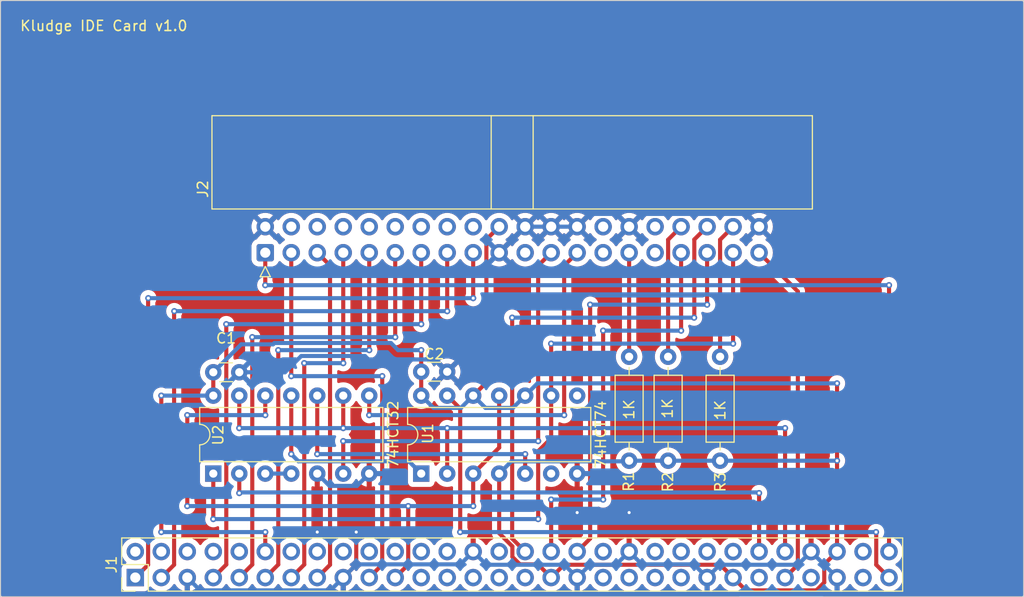
<source format=kicad_pcb>
(kicad_pcb (version 20240108) (generator "pcbnew") (generator_version "8.0")
  (layers (0 "F.Cu" signal) (31 "B.Cu" signal) (34 "B.Paste" user) (35 "F.Paste" user) (36 "B.SilkS" user "B.Silkscreen") (37 "F.SilkS" user "F.Silkscreen") (38 "B.Mask" user) (39 "F.Mask" user) (44 "Edge.Cuts" user))
  (net 0 "")
  (net 1 "/D5")
  (net 5 "/D7")
  (net 8 "/D1")
  (net 12 "IO_EN")
  (net 13 "/D2")
  (net 14 "HDD ACTIVITY")
  (net 17 "/D0")
  (net 18 "/D4")
  (net 20 "GND")
  (net 21 "VCC")
  (net 23 "/D6")
  (net 24 "RESET")
  (net 26 "WR")
  (net 27 "RD")
  (net 29 "SYSCLK")
  (net 38 "CF_WR")
  (net 39 "CF_RD")
  (net 40 "Net-(U1A-~{R})")
  (net 41 "Net-(U1A-Q)")
  (net 44 "Net-(U2-Pad3)")
  (net 47 "/D3")
  (net 51 "/A1")
  (net 52 "/A0")
  (net 53 "/A2")
  (net 54 "CF_SEL")
  (net 63 "Net-(J2-Pin_38)")
  (net 64 "Net-(J2-Pin_29)")
  (net 68 "Net-(J2-Pin_34)")
  (footprint "Package_DIP:DIP-14_W7.62mm" (layer "F.Cu") (at 133.945 127.165 90)
    (property "Reference" "U1" (at 3.915 0.655 90) (layer "F.SilkS"))
    (property "Value" "74HCT74")
    (fp_line (start 6.46 -1.33) (end 4.81 -1.33) (stroke (width 0.12)) (layer "F.SilkS"))
    (fp_line (start 2.81 -1.33) (end 1.16 -1.33) (stroke (width 0.12)) (layer "F.SilkS"))
    (fp_line (start 1.16 -1.33) (end 1.16 16.57) (stroke (width 0.12)) (layer "F.SilkS"))
    (fp_line (start 6.46 16.57) (end 6.46 -1.33) (stroke (width 0.12)) (layer "F.SilkS"))
    (fp_line (start 1.16 16.57) (end 6.46 16.57) (stroke (width 0.12)) (layer "F.SilkS"))
    (fp_arc (start 4.81 -1.33) (mid 3.81 -0.33) (end 2.81 -1.33) (stroke (width 0.12)) (layer "F.SilkS"))
    (pad "1" thru_hole rect (at 0 0 90) (size 1.6 1.6) (drill 0.8) (layers "*.Cu" "*.Mask") (net 40 "Net-(U1A-~{R})"))
    (pad "2" thru_hole oval (at 0 2.54 90) (size 1.6 1.6) (drill 0.8) (layers "*.Cu" "*.Mask") (net 27 "RD"))
    (pad "3" thru_hole oval (at 0 5.08 90) (size 1.6 1.6) (drill 0.8) (layers "*.Cu" "*.Mask") (net 29 "SYSCLK"))
    (pad "4" thru_hole oval (at 0 7.62 90) (size 1.6 1.6) (drill 0.8) (layers "*.Cu" "*.Mask") (net 21 "VCC"))
    (pad "5" thru_hole oval (at 0 10.16 90) (size 1.6 1.6) (drill 0.8) (layers "*.Cu" "*.Mask") (net 41 "Net-(U1A-Q)"))
    (pad "6" thru_hole oval (at 0 12.7 90) (size 1.6 1.6) (drill 0.8) (layers "*.Cu" "*.Mask"))
    (pad "7" thru_hole oval (at 0 15.24 90) (size 1.6 1.6) (drill 0.8) (layers "*.Cu" "*.Mask") (net 20 "GND"))
    (pad "8" thru_hole oval (at 7.62 15.24 90) (size 1.6 1.6) (drill 0.8) (layers "*.Cu" "*.Mask"))
    (pad "9" thru_hole oval (at 7.62 12.7 90) (size 1.6 1.6) (drill 0.8) (layers "*.Cu" "*.Mask") (net 54 "CF_SEL"))
    (pad "10" thru_hole oval (at 7.62 10.16 90) (size 1.6 1.6) (drill 0.8) (layers "*.Cu" "*.Mask") (net 21 "VCC"))
    (pad "11" thru_hole oval (at 7.62 7.62 90) (size 1.6 1.6) (drill 0.8) (layers "*.Cu" "*.Mask") (net 29 "SYSCLK"))
    (pad "12" thru_hole oval (at 7.62 5.08 90) (size 1.6 1.6) (drill 0.8) (layers "*.Cu" "*.Mask") (net 21 "VCC"))
    (pad "13" thru_hole oval (at 7.62 2.54 90) (size 1.6 1.6) (drill 0.8) (layers "*.Cu" "*.Mask") (net 12 "IO_EN"))
    (pad "14" thru_hole oval (at 7.62 0 90) (size 1.6 1.6) (drill 0.8) (layers "*.Cu" "*.Mask") (net 21 "VCC"))
  )
  (footprint "Resistor_THT:R_Axial_DIN0207_L6.3mm_D2.5mm_P10.16mm_Horizontal" (layer "F.Cu") (at 163.155 115.745 -90)
    (property "Reference" "R3" (at 12.255 -0.02 -90) (layer "F.SilkS"))
    (property "Value" "1K")
    (fp_line (start 1.81 1.37) (end 8.35 1.37) (stroke (width 0.12)) (layer "F.SilkS"))
    (fp_line (start 8.35 1.37) (end 8.35 -1.37) (stroke (width 0.12)) (layer "F.SilkS"))
    (fp_line (start 1.04 0) (end 1.81 0) (stroke (width 0.12)) (layer "F.SilkS"))
    (fp_line (start 9.12 0) (end 8.35 0) (stroke (width 0.12)) (layer "F.SilkS"))
    (fp_line (start 1.81 -1.37) (end 1.81 1.37) (stroke (width 0.12)) (layer "F.SilkS"))
    (fp_line (start 8.35 -1.37) (end 1.81 -1.37) (stroke (width 0.12)) (layer "F.SilkS"))
    (pad "1" thru_hole circle (at 0 0 270) (size 1.6 1.6) (drill 0.8) (layers "*.Cu" "*.Mask") (net 63 "Net-(J2-Pin_38)"))
    (pad "2" thru_hole oval (at 10.16 0 270) (size 1.6 1.6) (drill 0.8) (layers "*.Cu" "*.Mask") (net 21 "VCC"))
  )
  (footprint "Resistor_THT:R_Axial_DIN0207_L6.3mm_D2.5mm_P10.16mm_Horizontal" (layer "F.Cu") (at 154.265 125.905 90)
    (property "Reference" "R1" (at -2.045 -0.04 90) (layer "F.SilkS"))
    (property "Value" "1K")
    (fp_line (start 8.35 -1.37) (end 1.81 -1.37) (stroke (width 0.12)) (layer "F.SilkS"))
    (fp_line (start 1.81 -1.37) (end 1.81 1.37) (stroke (width 0.12)) (layer "F.SilkS"))
    (fp_line (start 9.12 0) (end 8.35 0) (stroke (width 0.12)) (layer "F.SilkS"))
    (fp_line (start 1.04 0) (end 1.81 0) (stroke (width 0.12)) (layer "F.SilkS"))
    (fp_line (start 8.35 1.37) (end 8.35 -1.37) (stroke (width 0.12)) (layer "F.SilkS"))
    (fp_line (start 1.81 1.37) (end 8.35 1.37) (stroke (width 0.12)) (layer "F.SilkS"))
    (pad "1" thru_hole circle (at 0 0 90) (size 1.6 1.6) (drill 0.8) (layers "*.Cu" "*.Mask") (net 21 "VCC"))
    (pad "2" thru_hole oval (at 10.16 0 90) (size 1.6 1.6) (drill 0.8) (layers "*.Cu" "*.Mask") (net 64 "Net-(J2-Pin_29)"))
  )
  (footprint "Z80 Parts:C_Disc_D3.0mm_W1.6mm_P2.54mm" (layer "F.Cu") (at 133.945 117.21)
    (property "Reference" "C2" (hide yes))
    (property "Value" "100 nF")
    (fp_line (start 0.621 -0.92) (end 1.879 -0.92) (stroke (width 0.12)) (layer "F.SilkS"))
    (fp_line (start 0.621 0.92) (end 1.879 0.92) (stroke (width 0.12)) (layer "F.SilkS"))
    (pad "1" thru_hole circle (at 0 0) (size 1.6 1.6) (drill 0.8) (layers "*.Cu" "*.Mask") (net 21 "VCC"))
    (pad "2" thru_hole circle (at 2.54 0) (size 1.6 1.6) (drill 0.8) (layers "*.Cu" "*.Mask") (net 20 "GND"))
  )
  (footprint "Z80 Parts:C_Disc_D3.0mm_W1.6mm_P2.54mm" (layer "F.Cu") (at 113.625 117.26)
    (property "Reference" "C1" (at 1.25 -3.32 0) (layer "F.SilkS"))
    (property "Value" "100 nF")
    (fp_line (start 0.621 -0.92) (end 1.879 -0.92) (stroke (width 0.12)) (layer "F.SilkS"))
    (fp_line (start 0.621 0.92) (end 1.879 0.92) (stroke (width 0.12)) (layer "F.SilkS"))
    (pad "1" thru_hole circle (at 0 0) (size 1.6 1.6) (drill 0.8) (layers "*.Cu" "*.Mask") (net 21 "VCC"))
    (pad "2" thru_hole circle (at 2.54 0) (size 1.6 1.6) (drill 0.8) (layers "*.Cu" "*.Mask") (net 20 "GND"))
  )
  (footprint "Connector_PinHeader_2.54mm:PinHeader_2x30_P2.54mm_Vertical" (layer "F.Cu") (at 106.005 137.325 90)
    (property "Reference" "J1" (at 1.27 -2.33 90) (layer "F.SilkS"))
    (property "Value" "Bus" (hide yes))
    (fp_line (start 3.87 -1.33) (end 3.87 74.99) (stroke (width 0.12)) (layer "F.SilkS"))
    (fp_line (start 1.27 -1.33) (end 3.87 -1.33) (stroke (width 0.12)) (layer "F.SilkS"))
    (fp_line (start -1.33 -1.33) (end 0 -1.33) (stroke (width 0.12)) (layer "F.SilkS"))
    (fp_line (start -1.33 0) (end -1.33 -1.33) (stroke (width 0.12)) (layer "F.SilkS"))
    (fp_line (start 1.27 1.27) (end 1.27 -1.33) (stroke (width 0.12)) (layer "F.SilkS"))
    (fp_line (start -1.33 1.27) (end 1.27 1.27) (stroke (width 0.12)) (layer "F.SilkS"))
    (fp_line (start -1.33 1.27) (end -1.33 74.99) (stroke (width 0.12)) (layer "F.SilkS"))
    (fp_line (start -1.33 74.99) (end 3.87 74.99) (stroke (width 0.12)) (layer "F.SilkS"))
    (pad "1" thru_hole rect (at 0 0 90) (size 1.7 1.7) (drill 1) (layers "*.Cu" "*.Mask") (net 17 "/D0"))
    (pad "2" thru_hole oval (at 2.54 0 90) (size 1.7 1.7) (drill 1) (layers "*.Cu" "*.Mask"))
    (pad "3" thru_hole oval (at 0 2.54 90) (size 1.7 1.7) (drill 1) (layers "*.Cu" "*.Mask") (net 8 "/D1"))
    (pad "4" thru_hole oval (at 2.54 2.54 90) (size 1.7 1.7) (drill 1) (layers "*.Cu" "*.Mask"))
    (pad "5" thru_hole oval (at 0 5.08 90) (size 1.7 1.7) (drill 1) (layers "*.Cu" "*.Mask") (net 20 "GND"))
    (pad "6" thru_hole oval (at 2.54 5.08 90) (size 1.7 1.7) (drill 1) (layers "*.Cu" "*.Mask"))
    (pad "7" thru_hole oval (at 0 7.62 90) (size 1.7 1.7) (drill 1) (layers "*.Cu" "*.Mask") (net 13 "/D2"))
    (pad "8" thru_hole oval (at 2.54 7.62 90) (size 1.7 1.7) (drill 1) (layers "*.Cu" "*.Mask"))
    (pad "9" thru_hole oval (at 0 10.16 90) (size 1.7 1.7) (drill 1) (layers "*.Cu" "*.Mask") (net 47 "/D3"))
    (pad "10" thru_hole oval (at 2.54 10.16 90) (size 1.7 1.7) (drill 1) (layers "*.Cu" "*.Mask"))
    (pad "11" thru_hole oval (at 0 12.7 90) (size 1.7 1.7) (drill 1) (layers "*.Cu" "*.Mask") (net 18 "/D4"))
    (pad "12" thru_hole oval (at 2.54 12.7 90) (size 1.7 1.7) (drill 1) (layers "*.Cu" "*.Mask") (net 21 "VCC"))
    (pad "13" thru_hole oval (at 0 15.24 90) (size 1.7 1.7) (drill 1) (layers "*.Cu" "*.Mask") (net 1 "/D5"))
    (pad "14" thru_hole oval (at 2.54 15.24 90) (size 1.7 1.7) (drill 1) (layers "*.Cu" "*.Mask"))
    (pad "15" thru_hole oval (at 0 17.78 90) (size 1.7 1.7) (drill 1) (layers "*.Cu" "*.Mask") (net 23 "/D6"))
    (pad "16" thru_hole oval (at 2.54 17.78 90) (size 1.7 1.7) (drill 1) (layers "*.Cu" "*.Mask"))
    (pad "17" thru_hole oval (at 0 20.32 90) (size 1.7 1.7) (drill 1) (layers "*.Cu" "*.Mask") (net 20 "GND"))
    (pad "18" thru_hole oval (at 2.54 20.32 90) (size 1.7 1.7) (drill 1) (layers "*.Cu" "*.Mask"))
    (pad "19" thru_hole oval (at 0 22.86 90) (size 1.7 1.7) (drill 1) (layers "*.Cu" "*.Mask") (net 5 "/D7"))
    (pad "20" thru_hole oval (at 2.54 22.86 90) (size 1.7 1.7) (drill 1) (layers "*.Cu" "*.Mask"))
    (pad "21" thru_hole oval (at 0 25.4 90) (size 1.7 1.7) (drill 1) (layers "*.Cu" "*.Mask") (net 29 "SYSCLK"))
    (pad "22" thru_hole oval (at 2.54 25.4 90) (size 1.7 1.7) (drill 1) (layers "*.Cu" "*.Mask"))
    (pad "23" thru_hole oval (at 0 27.94 90) (size 1.7 1.7) (drill 1) (layers "*.Cu" "*.Mask"))
    (pad "24" thru_hole oval (at 2.54 27.94 90) (size 1.7 1.7) (drill 1) (layers "*.Cu" "*.Mask"))
    (pad "25" thru_hole oval (at 0 30.48 90) (size 1.7 1.7) (drill 1) (layers "*.Cu" "*.Mask"))
    (pad "26" thru_hole oval (at 2.54 30.48 90) (size 1.7 1.7) (drill 1) (layers "*.Cu" "*.Mask"))
    (pad "27" thru_hole oval (at 0 33.02 90) (size 1.7 1.7) (drill 1) (layers "*.Cu" "*.Mask"))
    (pad "28" thru_hole oval (at 2.54 33.02 90) (size 1.7 1.7) (drill 1) (layers "*.Cu" "*.Mask") (net 20 "GND"))
    (pad "29" thru_hole oval (at 0 35.56 90) (size 1.7 1.7) (drill 1) (layers "*.Cu" "*.Mask"))
    (pad "30" thru_hole oval (at 2.54 35.56 90) (size 1.7 1.7) (drill 1) (layers "*.Cu" "*.Mask"))
    (pad "31" thru_hole oval (at 0 38.1 90) (size 1.7 1.7) (drill 1) (layers "*.Cu" "*.Mask"))
    (pad "32" thru_hole oval (at 2.54 38.1 90) (size 1.7 1.7) (drill 1) (layers "*.Cu" "*.Mask") (net 53 "/A2"))
    (pad "33" thru_hole oval (at 0 40.64 90) (size 1.7 1.7) (drill 1) (layers "*.Cu" "*.Mask") (net 21 "VCC"))
    (pad "34" thru_hole oval (at 2.54 40.64 90) (size 1.7 1.7) (drill 1) (layers "*.Cu" "*.Mask") (net 51 "/A1"))
    (pad "35" thru_hole oval (at 0 43.18 90) (size 1.7 1.7) (drill 1) (layers "*.Cu" "*.Mask") (net 20 "GND"))
    (pad "36" thru_hole oval (at 2.54 43.18 90) (size 1.7 1.7) (drill 1) (layers "*.Cu" "*.Mask") (net 52 "/A0"))
    (pad "37" thru_hole oval (at 0 45.72 90) (size 1.7 1.7) (drill 1) (layers "*.Cu" "*.Mask"))
    (pad "38" thru_hole oval (at 2.54 45.72 90) (size 1.7 1.7) (drill 1) (layers "*.Cu" "*.Mask"))
    (pad "39" thru_hole oval (at 0 48.26 90) (size 1.7 1.7) (drill 1) (layers "*.Cu" "*.Mask"))
    (pad "40" thru_hole oval (at 2.54 48.26 90) (size 1.7 1.7) (drill 1) (layers "*.Cu" "*.Mask") (net 20 "GND"))
    (pad "41" thru_hole oval (at 0 50.8 90) (size 1.7 1.7) (drill 1) (layers "*.Cu" "*.Mask"))
    (pad "42" thru_hole oval (at 2.54 50.8 90) (size 1.7 1.7) (drill 1) (layers "*.Cu" "*.Mask"))
    (pad "43" thru_hole oval (at 0 53.34 90) (size 1.7 1.7) (drill 1) (layers "*.Cu" "*.Mask"))
    (pad "44" thru_hole oval (at 2.54 53.34 90) (size 1.7 1.7) (drill 1) (layers "*.Cu" "*.Mask"))
    (pad "45" thru_hole oval (at 0 55.88 90) (size 1.7 1.7) (drill 1) (layers "*.Cu" "*.Mask") (net 20 "GND"))
    (pad "46" thru_hole oval (at 2.54 55.88 90) (size 1.7 1.7) (drill 1) (layers "*.Cu" "*.Mask"))
    (pad "47" thru_hole oval (at 0 58.42 90) (size 1.7 1.7) (drill 1) (layers "*.Cu" "*.Mask") (net 21 "VCC"))
    (pad "48" thru_hole oval (at 2.54 58.42 90) (size 1.7 1.7) (drill 1) (layers "*.Cu" "*.Mask"))
    (pad "49" thru_hole oval (at 0 60.96 90) (size 1.7 1.7) (drill 1) (layers "*.Cu" "*.Mask"))
    (pad "50" thru_hole oval (at 2.54 60.96 90) (size 1.7 1.7) (drill 1) (layers "*.Cu" "*.Mask") (net 26 "WR"))
    (pad "51" thru_hole oval (at 0 63.5 90) (size 1.7 1.7) (drill 1) (layers "*.Cu" "*.Mask") (net 14 "HDD ACTIVITY"))
    (pad "52" thru_hole oval (at 2.54 63.5 90) (size 1.7 1.7) (drill 1) (layers "*.Cu" "*.Mask") (net 27 "RD"))
    (pad "53" thru_hole oval (at 0 66.04 90) (size 1.7 1.7) (drill 1) (layers "*.Cu" "*.Mask"))
    (pad "54" thru_hole oval (at 2.54 66.04 90) (size 1.7 1.7) (drill 1) (layers "*.Cu" "*.Mask") (net 20 "GND"))
    (pad "55" thru_hole oval (at 0 68.58 90) (size 1.7 1.7) (drill 1) (layers "*.Cu" "*.Mask") (net 20 "GND"))
    (pad "56" thru_hole oval (at 2.54 68.58 90) (size 1.7 1.7) (drill 1) (layers "*.Cu" "*.Mask") (net 21 "VCC"))
    (pad "57" thru_hole oval (at 0 71.12 90) (size 1.7 1.7) (drill 1) (layers "*.Cu" "*.Mask"))
    (pad "58" thru_hole oval (at 2.54 71.12 90) (size 1.7 1.7) (drill 1) (layers "*.Cu" "*.Mask"))
    (pad "59" thru_hole oval (at 0 73.66 90) (size 1.7 1.7) (drill 1) (layers "*.Cu" "*.Mask") (net 12 "IO_EN"))
    (pad "60" thru_hole oval (at 2.54 73.66 90) (size 1.7 1.7) (drill 1) (layers "*.Cu" "*.Mask") (net 24 "RESET"))
  )
  (footprint "Connector_IDC:IDC-Header_2x20_P2.54mm_Horizontal" (layer "F.Cu") (at 118.705 105.575 90)
    (property "Reference" "J2" (at 6.215 -6.1 90) (layer "F.SilkS"))
    (property "Value" "Conn_02x20_Odd_Even")
    (fp_line (start 13.39 -5.21) (end 13.39 53.47) (stroke (width 0.12)) (layer "F.SilkS"))
    (fp_line (start 4.27 -5.21) (end 13.39 -5.21) (stroke (width 0.12)) (layer "F.SilkS"))
    (fp_line (start -2.35 -0.5) (end -2.35 0.5) (stroke (width 0.12)) (layer "F.SilkS"))
    (fp_line (start -1.35 0) (end -2.35 -0.5) (stroke (width 0.12)) (layer "F.SilkS"))
    (fp_line (start -2.35 0.5) (end -1.35 0) (stroke (width 0.12)) (layer "F.SilkS"))
    (fp_line (start 4.27 22.08) (end 13.39 22.08) (stroke (width 0.12)) (layer "F.SilkS"))
    (fp_line (start 4.27 26.18) (end 13.39 26.18) (stroke (width 0.12)) (layer "F.SilkS"))
    (fp_line (start 13.39 53.47) (end 4.27 53.47) (stroke (width 0.12)) (layer "F.SilkS"))
    (fp_line (start 4.27 53.47) (end 4.27 -5.21) (stroke (width 0.12)) (layer "F.SilkS"))
    (pad "1" thru_hole roundrect (at 0 0 90) (size 1.7 1.7) (drill 1) (layers "*.Cu" "*.Mask") (roundrect_rratio 0.147059) (net 24 "RESET"))
    (pad "2" thru_hole circle (at 2.54 0 90) (size 1.7 1.7) (drill 1) (layers "*.Cu" "*.Mask") (net 20 "GND"))
    (pad "3" thru_hole circle (at 0 2.54 90) (size 1.7 1.7) (drill 1) (layers "*.Cu" "*.Mask") (net 5 "/D7"))
    (pad "4" thru_hole circle (at 2.54 2.54 90) (size 1.7 1.7) (drill 1) (layers "*.Cu" "*.Mask"))
    (pad "5" thru_hole circle (at 0 5.08 90) (size 1.7 1.7) (drill 1) (layers "*.Cu" "*.Mask") (net 23 "/D6"))
    (pad "6" thru_hole circle (at 2.54 5.08 90) (size 1.7 1.7) (drill 1) (layers "*.Cu" "*.Mask"))
    (pad "7" thru_hole circle (at 0 7.62 90) (size 1.7 1.7) (drill 1) (layers "*.Cu" "*.Mask") (net 1 "/D5"))
    (pad "8" thru_hole circle (at 2.54 7.62 90) (size 1.7 1.7) (drill 1) (layers "*.Cu" "*.Mask"))
    (pad "9" thru_hole circle (at 0 10.16 90) (size 1.7 1.7) (drill 1) (layers "*.Cu" "*.Mask") (net 18 "/D4"))
    (pad "10" thru_hole circle (at 2.54 10.16 90) (size 1.7 1.7) (drill 1) (layers "*.Cu" "*.Mask"))
    (pad "11" thru_hole circle (at 0 12.7 90) (size 1.7 1.7) (drill 1) (layers "*.Cu" "*.Mask") (net 47 "/D3"))
    (pad "12" thru_hole circle (at 2.54 12.7 90) (size 1.7 1.7) (drill 1) (layers "*.Cu" "*.Mask"))
    (pad "13" thru_hole circle (at 0 15.24 90) (size 1.7 1.7) (drill 1) (layers "*.Cu" "*.Mask") (net 13 "/D2"))
    (pad "14" thru_hole circle (at 2.54 15.24 90) (size 1.7 1.7) (drill 1) (layers "*.Cu" "*.Mask"))
    (pad "15" thru_hole circle (at 0 17.78 90) (size 1.7 1.7) (drill 1) (layers "*.Cu" "*.Mask") (net 8 "/D1"))
    (pad "16" thru_hole circle (at 2.54 17.78 90) (size 1.7 1.7) (drill 1) (layers "*.Cu" "*.Mask"))
    (pad "17" thru_hole circle (at 0 20.32 90) (size 1.7 1.7) (drill 1) (layers "*.Cu" "*.Mask") (net 17 "/D0"))
    (pad "18" thru_hole circle (at 2.54 20.32 90) (size 1.7 1.7) (drill 1) (layers "*.Cu" "*.Mask"))
    (pad "19" thru_hole circle (at 0 22.86 90) (size 1.7 1.7) (drill 1) (layers "*.Cu" "*.Mask") (net 20 "GND"))
    (pad "20" thru_hole circle (at 2.54 22.86 90) (size 1.7 1.7) (drill 1) (layers "*.Cu" "*.Mask") (net 21 "VCC"))
    (pad "21" thru_hole circle (at 0 25.4 90) (size 1.7 1.7) (drill 1) (layers "*.Cu" "*.Mask"))
    (pad "22" thru_hole circle (at 2.54 25.4 90) (size 1.7 1.7) (drill 1) (layers "*.Cu" "*.Mask") (net 20 "GND"))
    (pad "23" thru_hole circle (at 0 27.94 90) (size 1.7 1.7) (drill 1) (layers "*.Cu" "*.Mask") (net 38 "CF_WR"))
    (pad "24" thru_hole circle (at 2.54 27.94 90) (size 1.7 1.7) (drill 1) (layers "*.Cu" "*.Mask") (net 20 "GND"))
    (pad "25" thru_hole circle (at 0 30.48 90) (size 1.7 1.7) (drill 1) (layers "*.Cu" "*.Mask") (net 39 "CF_RD"))
    (pad "26" thru_hole circle (at 2.54 30.48 90) (size 1.7 1.7) (drill 1) (layers "*.Cu" "*.Mask") (net 20 "GND"))
    (pad "27" thru_hole circle (at 0 33.02 90) (size 1.7 1.7) (drill 1) (layers "*.Cu" "*.Mask"))
    (pad "28" thru_hole circle (at 2.54 33.02 90) (size 1.7 1.7) (drill 1) (layers "*.Cu" "*.Mask"))
    (pad "29" thru_hole circle (at 0 35.56 90) (size 1.7 1.7) (drill 1) (layers "*.Cu" "*.Mask") (net 64 "Net-(J2-Pin_29)"))
    (pad "30" thru_hole circle (at 2.54 35.56 90) (size 1.7 1.7) (drill 1) (layers "*.Cu" "*.Mask") (net 20 "GND"))
    (pad "31" thru_hole circle (at 0 38.1 90) (size 1.7 1.7) (drill 1) (layers "*.Cu" "*.Mask"))
    (pad "32" thru_hole circle (at 2.54 38.1 90) (size 1.7 1.7) (drill 1) (layers "*.Cu" "*.Mask"))
    (pad "33" thru_hole circle (at 0 40.64 90) (size 1.7 1.7) (drill 1) (layers "*.Cu" "*.Mask") (net 51 "/A1"))
    (pad "34" thru_hole circle (at 2.54 40.64 90) (size 1.7 1.7) (drill 1) (layers "*.Cu" "*.Mask") (net 68 "Net-(J2-Pin_34)"))
    (pad "35" thru_hole circle (at 0 43.18 90) (size 1.7 1.7) (drill 1) (layers "*.Cu" "*.Mask") (net 52 "/A0"))
    (pad "36" thru_hole circle (at 2.54 43.18 90) (size 1.7 1.7) (drill 1) (layers "*.Cu" "*.Mask") (net 53 "/A2"))
    (pad "37" thru_hole circle (at 0 45.72 90) (size 1.7 1.7) (drill 1) (layers "*.Cu" "*.Mask") (net 54 "CF_SEL"))
    (pad "38" thru_hole circle (at 2.54 45.72 90) (size 1.7 1.7) (drill 1) (layers "*.Cu" "*.Mask") (net 63 "Net-(J2-Pin_38)"))
    (pad "39" thru_hole circle (at 0 48.26 90) (size 1.7 1.7) (drill 1) (layers "*.Cu" "*.Mask") (net 14 "HDD ACTIVITY"))
    (pad "40" thru_hole circle (at 2.54 48.26 90) (size 1.7 1.7) (drill 1) (layers "*.Cu" "*.Mask") (net 20 "GND"))
  )
  (footprint "Resistor_THT:R_Axial_DIN0207_L6.3mm_D2.5mm_P10.16mm_Horizontal" (layer "F.Cu") (at 158.075 115.745 -90)
    (property "Reference" "R2" (at 12.255 0.025 -90) (layer "F.SilkS"))
    (property "Value" "1K")
    (fp_line (start 1.81 1.37) (end 8.35 1.37) (stroke (width 0.12)) (layer "F.SilkS"))
    (fp_line (start 8.35 1.37) (end 8.35 -1.37) (stroke (width 0.12)) (layer "F.SilkS"))
    (fp_line (start 1.04 0) (end 1.81 0) (stroke (width 0.12)) (layer "F.SilkS"))
    (fp_line (start 9.12 0) (end 8.35 0) (stroke (width 0.12)) (layer "F.SilkS"))
    (fp_line (start 1.81 -1.37) (end 1.81 1.37) (stroke (width 0.12)) (layer "F.SilkS"))
    (fp_line (start 8.35 -1.37) (end 1.81 -1.37) (stroke (width 0.12)) (layer "F.SilkS"))
    (pad "1" thru_hole circle (at 0 0 270) (size 1.6 1.6) (drill 0.8) (layers "*.Cu" "*.Mask") (net 68 "Net-(J2-Pin_34)"))
    (pad "2" thru_hole oval (at 10.16 0 270) (size 1.6 1.6) (drill 0.8) (layers "*.Cu" "*.Mask") (net 21 "VCC"))
  )
  (footprint "Package_DIP:DIP-14_W7.62mm" (layer "F.Cu") (at 113.625 127.165 90)
    (property "Reference" "U2" (at 3.765 0.475 90) (layer "F.SilkS"))
    (property "Value" "74HCT32")
    (fp_line (start 6.46 -1.33) (end 4.81 -1.33) (stroke (width 0.12)) (layer "F.SilkS"))
    (fp_line (start 2.81 -1.33) (end 1.16 -1.33) (stroke (width 0.12)) (layer "F.SilkS"))
    (fp_line (start 1.16 -1.33) (end 1.16 16.57) (stroke (width 0.12)) (layer "F.SilkS"))
    (fp_line (start 6.46 16.57) (end 6.46 -1.33) (stroke (width 0.12)) (layer "F.SilkS"))
    (fp_line (start 1.16 16.57) (end 6.46 16.57) (stroke (width 0.12)) (layer "F.SilkS"))
    (fp_arc (start 4.81 -1.33) (mid 3.81 -0.33) (end 2.81 -1.33) (stroke (width 0.12)) (layer "F.SilkS"))
    (pad "1" thru_hole rect (at 0 0 90) (size 1.6 1.6) (drill 0.8) (layers "*.Cu" "*.Mask") (net 54 "CF_SEL"))
    (pad "2" thru_hole oval (at 0 2.54 90) (size 1.6 1.6) (drill 0.8) (layers "*.Cu" "*.Mask") (net 26 "WR"))
    (pad "3" thru_hole oval (at 0 5.08 90) (size 1.6 1.6) (drill 0.8) (layers "*.Cu" "*.Mask") (net 44 "Net-(U2-Pad3)"))
    (pad "4" thru_hole oval (at 0 7.62 90) (size 1.6 1.6) (drill 0.8) (layers "*.Cu" "*.Mask") (net 44 "Net-(U2-Pad3)"))
    (pad "5" thru_hole oval (at 0 10.16 90) (size 1.6 1.6) (drill 0.8) (layers "*.Cu" "*.Mask") (net 20 "GND"))
    (pad "6" thru_hole oval (at 0 12.7 90) (size 1.6 1.6) (drill 0.8) (layers "*.Cu" "*.Mask") (net 38 "CF_WR"))
    (pad "7" thru_hole oval (at 0 15.24 90) (size 1.6 1.6) (drill 0.8) (layers "*.Cu" "*.Mask") (net 20 "GND"))
    (pad "8" thru_hole oval (at 7.62 15.24 90) (size 1.6 1.6) (drill 0.8) (layers "*.Cu" "*.Mask") (net 39 "CF_RD"))
    (pad "9" thru_hole oval (at 7.62 12.7 90) (size 1.6 1.6) (drill 0.8) (layers "*.Cu" "*.Mask") (net 27 "RD"))
    (pad "10" thru_hole oval (at 7.62 10.16 90) (size 1.6 1.6) (drill 0.8) (layers "*.Cu" "*.Mask") (net 41 "Net-(U1A-Q)"))
    (pad "11" thru_hole oval (at 7.62 7.62 90) (size 1.6 1.6) (drill 0.8) (layers "*.Cu" "*.Mask") (net 40 "Net-(U1A-~{R})"))
    (pad "12" thru_hole oval (at 7.62 5.08 90) (size 1.6 1.6) (drill 0.8) (layers "*.Cu" "*.Mask") (net 29 "SYSCLK"))
    (pad "13" thru_hole oval (at 7.62 2.54 90) (size 1.6 1.6) (drill 0.8) (layers "*.Cu" "*.Mask") (net 27 "RD"))
    (pad "14" thru_hole oval (at 7.62 0 90) (size 1.6 1.6) (drill 0.8) (layers "*.Cu" "*.Mask") (net 21 "VCC"))
  )
  (gr_line (start 92.83 80.93) (end 192.83 80.93) (stroke (width 0.1)) (layer "Edge.Cuts"))
  (gr_line (start 92.83 80.93) (end 92.83 139.21) (stroke (width 0.1)) (layer "Edge.Cuts"))
  (gr_line (start 192.83 139.21) (end 192.83 80.93) (stroke (width 0.1)) (layer "Edge.Cuts"))
  (gr_line (start 92.83 139.21) (end 192.83 139.21) (stroke (width 0.1)) (layer "Edge.Cuts"))
  (gr_text "74HCT32" (at 131.2 123.35 90) (layer "F.SilkS") (effects (font (size 1 1))))
  (gr_text "Kludge IDE Card v1.0" (at 94.66 83.99 0) (layer "F.SilkS") (effects (font (size 1 1)) (justify left bottom)))
  (gr_text "1K" (at 158.6 121.875 90) (layer "F.SilkS") (effects (font (size 1 1)) (justify left bottom)))
  (gr_text "74HCT74" (at 151.5 123.35 90) (layer "F.SilkS") (effects (font (size 1 1))))
  (gr_text "C2" (at 135.225 115.485 0) (layer "F.SilkS") (effects (font (size 1 1))))
  (gr_text "1K" (at 163.75 122.05 90) (layer "F.SilkS") (effects (font (size 1 1)) (justify left bottom)))
  (gr_text "1K" (at 154.85 121.975 90) (layer "F.SilkS") (effects (font (size 1 1)) (justify left bottom)))
  (segment (start 122.515 136.055) (end 122.515 116.37) (width 0.4) (layer "F.Cu") (net 1))
  (segment (start 126.325 105.575) (end 126.325 116.37) (width 0.4) (layer "F.Cu") (net 1))
  (segment (start 122.515 136.055) (end 121.245 137.325) (width 0.4) (layer "F.Cu") (net 1))
  (via (at 126.325 116.37) (size 0.6) (drill 0.3) (layers "F.Cu" "B.Cu") (net 1))
  (via (at 122.515 116.37) (size 0.6) (drill 0.3) (layers "F.Cu" "B.Cu") (net 1))
  (segment (start 122.515 116.37) (end 126.325 116.37) (width 0.4) (layer "B.Cu") (net 1))
  (segment (start 130.115 117.66) (end 130.135 117.64) (width 0.4) (layer "F.Cu") (net 5))
  (segment (start 121.245 105.575) (end 121.245 117.64) (width 0.4) (layer "F.Cu") (net 5))
  (segment (start 130.135 117.64) (end 130.135 136.055) (width 0.4) (layer "F.Cu") (net 5))
  (segment (start 130.135 136.055) (end 128.865 137.325) (width 0.4) (layer "F.Cu") (net 5))
  (via (at 130.135 117.64) (size 0.6) (drill 0.3) (layers "F.Cu" "B.Cu") (net 5))
  (via (at 121.245 117.64) (size 0.6) (drill 0.3) (layers "F.Cu" "B.Cu") (net 5))
  (segment (start 121.245 117.64) (end 130.135 117.64) (width 0.4) (layer "B.Cu") (net 5))
  (segment (start 109.815 111.29) (end 109.795 111.31) (width 0.4) (layer "F.Cu") (net 8))
  (segment (start 109.795 136.075) (end 108.545 137.325) (width 0.4) (layer "F.Cu") (net 8))
  (segment (start 109.795 111.31) (end 109.795 136.075) (width 0.4) (layer "F.Cu") (net 8))
  (segment (start 136.485 105.575) (end 136.485 111.29) (width 0.4) (layer "F.Cu") (net 8))
  (via (at 136.485 111.29) (size 0.6) (drill 0.3) (layers "F.Cu" "B.Cu") (net 8))
  (via (at 109.815 111.29) (size 0.6) (drill 0.3) (layers "F.Cu" "B.Cu") (net 8))
  (segment (start 109.815 111.29) (end 136.485 111.29) (width 0.4) (layer "B.Cu") (net 8))
  (segment (start 137.755 132.88) (end 137.755 120.815) (width 0.4) (layer "F.Cu") (net 12))
  (segment (start 178.415 136.075) (end 178.415 132.9) (width 0.4) (layer "F.Cu") (net 12))
  (segment (start 179.665 137.325) (end 178.415 136.075) (width 0.4) (layer "F.Cu") (net 12))
  (segment (start 137.755 120.815) (end 136.485 119.545) (width 0.4) (layer "F.Cu") (net 12))
  (segment (start 178.415 132.9) (end 178.395 132.88) (width 0.4) (layer "F.Cu") (net 12))
  (via (at 137.755 132.88) (size 0.6) (drill 0.3) (layers "F.Cu" "B.Cu") (net 12))
  (via (at 178.395 132.88) (size 0.6) (drill 0.3) (layers "F.Cu" "B.Cu") (net 12))
  (segment (start 137.755 132.88) (end 178.395 132.88) (width 0.4) (layer "B.Cu") (net 12))
  (segment (start 114.895 136.055) (end 114.895 112.56) (width 0.4) (layer "F.Cu") (net 13))
  (segment (start 133.945 112.56) (end 133.945 105.575) (width 0.4) (layer "F.Cu") (net 13))
  (segment (start 114.895 136.055) (end 113.625 137.325) (width 0.4) (layer "F.Cu") (net 13))
  (via (at 114.895 112.56) (size 0.6) (drill 0.3) (layers "F.Cu" "B.Cu") (net 13))
  (via (at 133.945 112.56) (size 0.6) (drill 0.3) (layers "F.Cu" "B.Cu") (net 13))
  (segment (start 114.895 112.56) (end 133.945 112.56) (width 0.4) (layer "B.Cu") (net 13))
  (segment (start 170.755 109.365) (end 170.755 136.075) (width 0.4) (layer "F.Cu") (net 14))
  (segment (start 166.965 105.575) (end 170.755 109.365) (width 0.4) (layer "F.Cu") (net 14))
  (segment (start 170.755 136.075) (end 169.505 137.325) (width 0.4) (layer "F.Cu") (net 14))
  (segment (start 107.255 110.04) (end 107.275 110.02) (width 0.4) (layer "F.Cu") (net 17))
  (segment (start 139.025 110.02) (end 139.025 105.575) (width 0.4) (layer "F.Cu") (net 17))
  (segment (start 107.255 136.075) (end 106.005 137.325) (width 0.4) (layer "F.Cu") (net 17))
  (segment (start 107.255 136.075) (end 107.255 110.04) (width 0.4) (layer "F.Cu") (net 17))
  (via (at 139.025 110.02) (size 0.6) (drill 0.3) (layers "F.Cu" "B.Cu") (net 17))
  (via (at 107.275 110.02) (size 0.6) (drill 0.3) (layers "F.Cu" "B.Cu") (net 17))
  (segment (start 139.025 110.02) (end 107.275 110.02) (width 0.4) (layer "B.Cu") (net 17))
  (segment (start 119.975 136.055) (end 119.975 115.1) (width 0.4) (layer "F.Cu") (net 18))
  (segment (start 119.975 136.055) (end 118.705 137.325) (width 0.4) (layer "F.Cu") (net 18))
  (segment (start 128.865 115.1) (end 128.865 105.575) (width 0.4) (layer "F.Cu") (net 18))
  (via (at 128.865 115.1) (size 0.6) (drill 0.3) (layers "F.Cu" "B.Cu") (net 18))
  (via (at 119.975 115.1) (size 0.6) (drill 0.3) (layers "F.Cu" "B.Cu") (net 18))
  (segment (start 119.975 115.1) (end 128.865 115.1) (width 0.4) (layer "B.Cu") (net 18))
  (segment (start 154.265 130.975) (end 154.265 134.785) (width 0.4) (layer "F.Cu") (net 20))
  (segment (start 149.185 130.975) (end 149.185 127.165) (width 0.4) (layer "F.Cu") (net 20))
  (segment (start 123.785 132.88) (end 123.785 127.165) (width 0.4) (layer "F.Cu") (net 20))
  (segment (start 127.595 136.055) (end 126.325 137.325) (width 0.4) (layer "F.Cu") (net 20))
  (segment (start 127.595 132.88) (end 127.595 136.055) (width 0.4) (layer "F.Cu") (net 20))
  (via (at 149.185 130.975) (size 0.6) (drill 0.3) (layers "F.Cu" "B.Cu") (net 20))
  (via (at 123.785 132.88) (size 0.6) (drill 0.3) (layers "F.Cu" "B.Cu") (net 20))
  (via (at 127.595 132.88) (size 0.6) (drill 0.3) (layers "F.Cu" "B.Cu") (net 20))
  (via (at 154.265 130.975) (size 0.6) (drill 0.3) (layers "F.Cu" "B.Cu") (net 20))
  (segment (start 120.63505 117.26) (end 122.22505 115.67) (width 0.4) (layer "B.Cu") (net 20))
  (segment (start 149.185 103.035) (end 150.435 101.785) (width 0.4) (layer "B.Cu") (net 20))
  (segment (start 127.665 128.365) (end 128.865 127.165) (width 0.4) (layer "B.Cu") (net 20))
  (segment (start 139.025 134.785) (end 140.315 136.075) (width 0.4) (layer "B.Cu") (net 20))
  (segment (start 154.265 134.785) (end 155.515 136.035) (width 0.4) (layer "B.Cu") (net 20))
  (segment (start 150.435 101.785) (end 153.015 101.785) (width 0.4) (layer "B.Cu") (net 20))
  (segment (start 147.935 136.075) (end 149.185 137.325) (width 0.4) (layer "B.Cu") (net 20))
  (segment (start 149.185 137.325) (end 150.435 136.075) (width 0.4) (layer "B.Cu") (net 20))
  (segment (start 128.445 115.67) (end 128.785 116.01) (width 0.4) (layer "B.Cu") (net 20))
  (segment (start 137.775 136.035) (end 127.615 136.035) (width 0.4) (layer "B.Cu") (net 20))
  (segment (start 149.185 130.975) (end 154.265 130.975) (width 0.4) (layer "B.Cu") (net 20))
  (segment (start 122.22505 115.67) (end 128.445 115.67) (width 0.4) (layer "B.Cu") (net 20))
  (segment (start 124.985 128.365) (end 127.665 128.365) (width 0.4) (layer "B.Cu") (net 20))
  (segment (start 127.615 136.035) (end 126.325 137.325) (width 0.4) (layer "B.Cu") (net 20))
  (segment (start 154.265 103.035) (end 155.515 101.785) (width 0.4) (layer "B.Cu") (net 20))
  (segment (start 146.645 103.035) (end 144.105 103.035) (width 0.4) (layer "B.Cu") (net 20))
  (segment (start 155.515 101.785) (end 165.715 101.785) (width 0.4) (layer "B.Cu") (net 20))
  (segment (start 116.165 117.26) (end 120.63505 117.26) (width 0.4) (layer "B.Cu") (net 20))
  (segment (start 152.975 136.075) (end 154.265 134.785) (width 0.4) (layer "B.Cu") (net 20))
  (segment (start 139.025 134.785) (end 137.775 136.035) (width 0.4) (layer "B.Cu") (net 20))
  (segment (start 135.285 116.01) (end 136.485 117.21) (width 0.4) (layer "B.Cu") (net 20))
  (segment (start 165.715 101.785) (end 166.965 103.035) (width 0.4) (layer "B.Cu") (net 20))
  (segment (start 160.595 136.035) (end 161.885 137.325) (width 0.4) (layer "B.Cu") (net 20))
  (segment (start 155.515 136.035) (end 160.595 136.035) (width 0.4) (layer "B.Cu") (net 20))
  (segment (start 153.015 101.785) (end 154.265 103.035) (width 0.4) (layer "B.Cu") (net 20))
  (segment (start 123.785 127.165) (end 124.985 128.365) (width 0.4) (layer "B.Cu") (net 20))
  (segment (start 170.755 136.075) (end 172.045 134.785) (width 0.4) (layer "B.Cu") (net 20))
  (segment (start 112.335 138.575) (end 125.075 138.575) (width 0.4) (layer "B.Cu") (net 20))
  (segment (start 125.075 138.575) (end 126.325 137.325) (width 0.4) (layer "B.Cu") (net 20))
  (segment (start 149.185 103.035) (end 146.645 103.035) (width 0.4) (layer "B.Cu") (net 20))
  (segment (start 161.885 137.325) (end 163.135 136.075) (width 0.4) (layer "B.Cu") (net 20))
  (segment (start 111.085 137.325) (end 112.335 138.575) (width 0.4) (layer "B.Cu") (net 20))
  (segment (start 163.135 136.075) (end 170.755 136.075) (width 0.4) (layer "B.Cu") (net 20))
  (segment (start 140.315 136.075) (end 147.935 136.075) (width 0.4) (layer "B.Cu") (net 20))
  (segment (start 128.785 116.01) (end 135.285 116.01) (width 0.4) (layer "B.Cu") (net 20))
  (segment (start 127.595 132.88) (end 123.785 132.88) (width 0.4) (layer "B.Cu") (net 20))
  (segment (start 172.045 134.785) (end 174.585 137.325) (width 0.4) (layer "B.Cu") (net 20))
  (segment (start 150.435 136.075) (end 152.975 136.075) (width 0.4) (layer "B.Cu") (net 20))
  (segment (start 118.705 132.88) (end 118.705 134.785) (width 0.4) (layer "F.Cu") (net 21))
  (segment (start 145.355 136.035) (end 143.587233 136.035) (width 0.4) (layer "F.Cu") (net 21))
  (segment (start 174.585 125.905) (end 174.585 134.785) (width 0.4) (layer "F.Cu") (net 21))
  (segment (start 174.585 118.345) (end 174.585 125.905) (width 0.4) (layer "F.Cu") (net 21))
  (segment (start 113.625 117.26) (end 113.625 119.545) (width 0.4) (layer "F.Cu") (net 21))
  (segment (start 139.025 119.545) (end 140.315 118.255) (width 0.4) (layer "F.Cu") (net 21))
  (segment (start 143.587233 136.035) (end 142.855 135.302767) (width 0.4) (layer "F.Cu") (net 21))
  (segment (start 140.315 118.255) (end 140.315 104.285) (width 0.4) (layer "F.Cu") (net 21))
  (segment (start 172.562767 138.575) (end 165.675 138.575) (width 0.4) (layer "F.Cu") (net 21))
  (segment (start 142.855 134.28029) (end 141.565 132.99029) (width 0.4) (layer "F.Cu") (net 21))
  (segment (start 142.855 135.302767) (end 142.855 134.28029) (width 0.4) (layer "F.Cu") (net 21))
  (segment (start 165.675 138.575) (end 164.425 137.325) (width 0.4) (layer "F.Cu") (net 21))
  (segment (start 173.335 137.802767) (end 173.335 136.035) (width 0.4) (layer "F.Cu") (net 21))
  (segment (start 163.175 136.075) (end 164.425 137.325) (width 0.4) (layer "F.Cu") (net 21))
  (segment (start 141.565 132.99029) (end 141.565 127.165) (width 0.4) (layer "F.Cu") (net 21))
  (segment (start 133.945 117.21) (end 133.945 119.545) (width 0.4) (layer "F.Cu") (net 21))
  (segment (start 133.945 115.1) (end 133.945 117.21) (width 0.4) (layer "F.Cu") (net 21))
  (segment (start 146.645 137.325) (end 145.355 136.035) (width 0.4) (layer "F.Cu") (net 21))
  (segment (start 146.645 137.325) (end 147.895 136.075) (width 0.4) (layer "F.Cu") (net 21))
  (segment (start 173.335 136.035) (end 174.585 134.785) (width 0.4) (layer "F.Cu") (net 21))
  (segment (start 108.545 119.545) (end 108.545 132.88) (width 0.4) (layer "F.Cu") (net 21))
  (segment (start 140.315 104.285) (end 141.565 103.035) (width 0.4) (layer "F.Cu") (net 21))
  (segment (start 163.155 136.055) (end 164.425 137.325) (width 0.4) (layer "F.Cu") (net 21))
  (segment (start 147.895 136.075) (end 163.175 136.075) (width 0.4) (layer "F.Cu") (net 21))
  (segment (start 173.335 137.802767) (end 172.562767 138.575) (width 0.4) (layer "F.Cu") (net 21))
  (via (at 108.545 119.545) (size 0.6) (drill 0.3) (layers "F.Cu" "B.Cu") (net 21))
  (via (at 118.705 132.88) (size 0.6) (drill 0.3) (layers "F.Cu" "B.Cu") (net 21))
  (via (at 174.585 118.345) (size 0.6) (drill 0.3) (layers "F.Cu" "B.Cu") (net 21))
  (via (at 108.545 132.88) (size 0.6) (drill 0.3) (layers "F.Cu" "B.Cu") (net 21))
  (via (at 174.585 125.905) (size 0.6) (drill 0.3) (layers "F.Cu" "B.Cu") (net 21))
  (via (at 133.945 115.1) (size 0.6) (drill 0.3) (layers "F.Cu" "B.Cu") (net 21))
  (segment (start 144.105 119.545) (end 145.305 118.345) (width 0.4) (layer "B.Cu") (net 21))
  (segment (start 142.905 120.745) (end 144.105 119.545) (width 0.4) (layer "B.Cu") (net 21))
  (segment (start 142.765 125.965) (end 141.565 127.165) (width 0.4) (layer "B.Cu") (net 21))
  (segment (start 113.625 119.545) (end 108.545 119.545) (width 0.4) (layer "B.Cu") (net 21))
  (segment (start 131.68505 115.1) (end 133.945 115.1) (width 0.4) (layer "B.Cu") (net 21))
  (segment (start 130.98505 114.4) (end 131.68505 115.1) (width 0.4) (layer "B.Cu") (net 21))
  (segment (start 154.205 125.965) (end 142.765 125.965) (width 0.4) (layer "B.Cu") (net 21))
  (segment (start 118.705 132.88) (end 108.545 132.88) (width 0.4) (layer "B.Cu") (net 21))
  (segment (start 137.825 120.745) (end 139.025 119.545) (width 0.4) (layer "B.Cu") (net 21))
  (segment (start 119.6 114.4) (end 130.98505 114.4) (width 0.4) (layer "B.Cu") (net 21))
  (segment (start 154.265 125.905) (end 154.205 125.965) (width 0.4) (layer "B.Cu") (net 21))
  (segment (start 113.625 117.26) (end 116.355 114.53) (width 0.4) (layer "B.Cu") (net 21))
  (segment (start 133.945 119.545) (end 135.145 120.745) (width 0.4) (layer "B.Cu") (net 21))
  (segment (start 119.47 114.53) (end 119.6 114.4) (width 0.4) (layer "B.Cu") (net 21))
  (segment (start 139.025 119.545) (end 140.225 120.745) (width 0.4) (layer "B.Cu") (net 21))
  (segment (start 154.265 125.905) (end 158.075 125.905) (width 0.4) (layer "B.Cu") (net 21))
  (segment (start 163.155 125.905) (end 158.075 125.905) (width 0.4) (layer "B.Cu") (net 21))
  (segment (start 140.225 120.745) (end 142.905 120.745) (width 0.4) (layer "B.Cu") (net 21))
  (segment (start 116.355 114.53) (end 119.47 114.53) (width 0.4) (layer "B.Cu") (net 21))
  (segment (start 135.145 120.745) (end 137.825 120.745) (width 0.4) (layer "B.Cu") (net 21))
  (segment (start 145.305 118.345) (end 174.585 118.345) (width 0.4) (layer "B.Cu") (net 21))
  (segment (start 174.585 125.905) (end 163.155 125.905) (width 0.4) (layer "B.Cu") (net 21))
  (segment (start 125.035 106.825) (end 125.035 136.075) (width 0.4) (layer "F.Cu") (net 23))
  (segment (start 123.785 137.325) (end 125.035 136.075) (width 0.4) (layer "F.Cu") (net 23))
  (segment (start 123.785 105.575) (end 125.035 106.825) (width 0.4) (layer "F.Cu") (net 23))
  (segment (start 118.705 108.75) (end 118.705 105.575) (width 0.4) (layer "F.Cu") (net 24))
  (segment (start 179.665 134.785) (end 179.665 108.75) (width 0.4) (layer "F.Cu") (net 24))
  (via (at 179.665 108.75) (size 0.6) (drill 0.3) (layers "F.Cu" "B.Cu") (net 24))
  (via (at 118.705 108.75) (size 0.6) (drill 0.3) (layers "F.Cu" "B.Cu") (net 24))
  (segment (start 118.705 108.75) (end 179.665 108.75) (width 0.4) (layer "B.Cu") (net 24))
  (segment (start 116.165 129.07) (end 116.165 127.165) (width 0.4) (layer "F.Cu") (net 26))
  (segment (start 166.965 134.785) (end 166.965 129.07) (width 0.4) (layer "F.Cu") (net 26))
  (via (at 116.165 129.07) (size 0.6) (drill 0.3) (layers "F.Cu" "B.Cu") (net 26))
  (via (at 166.965 129.07) (size 0.6) (drill 0.3) (layers "F.Cu" "B.Cu") (net 26))
  (segment (start 166.9 129.005) (end 166.965 129.07) (width 0.4) (layer "B.Cu") (net 26))
  (segment (start 116.23 129.005) (end 166.9 129.005) (width 0.4) (layer "B.Cu") (net 26))
  (segment (start 116.165 129.07) (end 116.23 129.005) (width 0.4) (layer "B.Cu") (net 26))
  (segment (start 126.325 122.72) (end 126.325 119.545) (width 0.4) (layer "F.Cu") (net 27))
  (segment (start 136.485 127.165) (end 136.485 122.72) (width 0.4) (layer "F.Cu") (net 27))
  (segment (start 116.165 119.545) (end 116.165 122.72) (width 0.4) (layer "F.Cu") (net 27))
  (segment (start 169.505 122.72) (end 169.505 134.785) (width 0.4) (layer "F.Cu") (net 27))
  (via (at 116.165 122.72) (size 0.6) (drill 0.3) (layers "F.Cu" "B.Cu") (net 27))
  (via (at 169.505 122.72) (size 0.6) (drill 0.3) (layers "F.Cu" "B.Cu") (net 27))
  (via (at 126.325 122.72) (size 0.6) (drill 0.3) (layers "F.Cu" "B.Cu") (net 27))
  (via (at 136.485 122.72) (size 0.6) (drill 0.3) (layers "F.Cu" "B.Cu") (net 27))
  (segment (start 126.325 122.72) (end 136.485 122.72) (width 0.4) (layer "B.Cu") (net 27))
  (segment (start 136.485 122.72) (end 169.505 122.72) (width 0.4) (layer "B.Cu") (net 27))
  (segment (start 116.165 122.72) (end 126.325 122.72) (width 0.4) (layer "B.Cu") (net 27))
  (segment (start 132.675 130.34) (end 132.675 136.055) (width 0.4) (layer "F.Cu") (net 29))
  (segment (start 132.675 136.055) (end 131.405 137.325) (width 0.4) (layer "F.Cu") (net 29))
  (segment (start 141.565 119.545) (end 141.565 124.625) (width 0.4) (layer "F.Cu") (net 29))
  (segment (start 141.565 124.625) (end 139.025 127.165) (width 0.4) (layer "F.Cu") (net 29))
  (segment (start 139.025 130.34) (end 139.025 127.165) (width 0.4) (layer "F.Cu") (net 29))
  (segment (start 118.705 121.45) (end 118.705 119.545) (width 0.4) (layer "F.Cu") (net 29))
  (segment (start 111.085 121.45) (end 111.085 130.34) (width 0.4) (layer "F.Cu") (net 29))
  (via (at 132.675 130.34) (size 0.6) (drill 0.3) (layers "F.Cu" "B.Cu") (net 29))
  (via (at 111.085 121.45) (size 0.6) (drill 0.3) (layers "F.Cu" "B.Cu") (net 29))
  (via (at 118.705 121.45) (size 0.6) (drill 0.3) (layers "F.Cu" "B.Cu") (net 29))
  (via (at 139.025 130.34) (size 0.6) (drill 0.3) (layers "F.Cu" "B.Cu") (net 29))
  (via (at 111.085 130.34) (size 0.6) (drill 0.3) (layers "F.Cu" "B.Cu") (net 29))
  (segment (start 111.085 121.45) (end 118.705 121.45) (width 0.4) (layer "B.Cu") (net 29))
  (segment (start 132.675 130.34) (end 111.085 130.34) (width 0.4) (layer "B.Cu") (net 29))
  (segment (start 139.025 130.34) (end 132.675 130.34) (width 0.4) (layer "B.Cu") (net 29))
  (segment (start 145.375 106.845) (end 145.375 123.99) (width 0.4) (layer "F.Cu") (net 38))
  (segment (start 145.375 106.845) (end 146.645 105.575) (width 0.4) (layer "F.Cu") (net 38))
  (segment (start 126.325 127.165) (end 126.325 123.99) (width 0.4) (layer "F.Cu") (net 38))
  (via (at 145.375 123.99) (size 0.6) (drill 0.3) (layers "F.Cu" "B.Cu") (net 38))
  (via (at 126.325 123.99) (size 0.6) (drill 0.3) (layers "F.Cu" "B.Cu") (net 38))
  (segment (start 145.375 123.99) (end 126.325 123.99) (width 0.4) (layer "B.Cu") (net 38))
  (segment (start 147.9 121.435) (end 147.915 121.45) (width 0.4) (layer "F.Cu") (net 39))
  (segment (start 147.915 121.45) (end 147.915 106.845) (width 0.4) (layer "F.Cu") (net 39))
  (segment (start 128.865 121.45) (end 128.865 119.545) (width 0.4) (layer "F.Cu") (net 39))
  (segment (start 147.915 106.845) (end 149.185 105.575) (width 0.4) (layer "F.Cu") (net 39))
  (via (at 147.915 121.45) (size 0.6) (drill 0.3) (layers "F.Cu" "B.Cu") (net 39))
  (via (at 128.865 121.45) (size 0.6) (drill 0.3) (layers "F.Cu" "B.Cu") (net 39))
  (segment (start 128.865 121.45) (end 147.915 121.45) (width 0.4) (layer "B.Cu") (net 39))
  (segment (start 121.245 119.545) (end 121.245 125.26) (width 0.4) (layer "F.Cu") (net 40))
  (via (at 121.245 125.26) (size 0.6) (drill 0.3) (layers "F.Cu" "B.Cu") (net 40))
  (segment (start 132.74 125.96) (end 133.945 127.165) (width 0.4) (layer "B.Cu") (net 40))
  (segment (start 121.945 125.96) (end 132.74 125.96) (width 0.4) (layer "B.Cu") (net 40))
  (segment (start 121.245 125.26) (end 121.945 125.96) (width 0.4) (layer "B.Cu") (net 40))
  (segment (start 144.105 127.165) (end 144.105 125.26) (width 0.4) (layer "F.Cu") (net 41))
  (segment (start 123.785 125.26) (end 123.785 119.545) (width 0.4) (layer "F.Cu") (net 41))
  (via (at 144.105 125.26) (size 0.6) (drill 0.3) (layers "F.Cu" "B.Cu") (net 41))
  (via (at 123.785 125.26) (size 0.6) (drill 0.3) (layers "F.Cu" "B.Cu") (net 41))
  (segment (start 123.785 125.26) (end 144.105 125.26) (width 0.4) (layer "B.Cu") (net 41))
  (segment (start 118.705 127.165) (end 121.245 127.165) (width 0.4) (layer "B.Cu") (net 44))
  (segment (start 131.405 105.575) (end 131.405 113.83) (width 0.4) (layer "F.Cu") (net 47))
  (segment (start 117.415 113.85) (end 117.435 113.83) (width 0.4) (layer "F.Cu") (net 47))
  (segment (start 117.435 113.83) (end 117.435 136.055) (width 0.4) (layer "F.Cu") (net 47))
  (segment (start 117.435 136.055) (end 116.165 137.325) (width 0.4) (layer "F.Cu") (net 47))
  (via (at 117.435 113.83) (size 0.6) (drill 0.3) (layers "F.Cu" "B.Cu") (net 47))
  (via (at 131.405 113.83) (size 0.6) (drill 0.3) (layers "F.Cu" "B.Cu") (net 47))
  (segment (start 117.435 113.83) (end 131.405 113.83) (width 0.4) (layer "B.Cu") (net 47))
  (segment (start 146.645 129.705) (end 146.645 134.785) (width 0.4) (layer "F.Cu") (net 51))
  (segment (start 151.725 113.195) (end 151.725 129.705) (width 0.4) (layer "F.Cu") (net 51))
  (segment (start 159.345 113.195) (end 159.345 105.575) (width 0.4) (layer "F.Cu") (net 51))
  (via (at 151.725 129.705) (size 0.6) (drill 0.3) (layers "F.Cu" "B.Cu") (net 51))
  (via (at 146.645 129.705) (size 0.6) (drill 0.3) (layers "F.Cu" "B.Cu") (net 51))
  (via (at 159.345 113.195) (size 0.6) (drill 0.3) (layers "F.Cu" "B.Cu") (net 51))
  (via (at 151.725 113.195) (size 0.6) (drill 0.3) (layers "F.Cu" "B.Cu") (net 51))
  (segment (start 151.725 129.705) (end 146.645 129.705) (width 0.4) (layer "B.Cu") (net 51))
  (segment (start 151.725 113.195) (end 159.345 113.195) (width 0.4) (layer "B.Cu") (net 51))
  (segment (start 150.455 110.655) (end 150.455 133.515) (width 0.4) (layer "F.Cu") (net 52))
  (segment (start 161.885 110.655) (end 161.885 105.575) (width 0.4) (layer "F.Cu") (net 52))
  (segment (start 150.455 133.515) (end 149.185 134.785) (width 0.4) (layer "F.Cu") (net 52))
  (via (at 161.885 110.655) (size 0.6) (drill 0.3) (layers "F.Cu" "B.Cu") (net 52))
  (via (at 150.455 110.655) (size 0.6) (drill 0.3) (layers "F.Cu" "B.Cu") (net 52))
  (segment (start 150.455 110.655) (end 161.885 110.655) (width 0.4) (layer "B.Cu") (net 52))
  (segment (start 161.885 103.035) (end 160.635 104.285) (width 0.4) (layer "F.Cu") (net 53))
  (segment (start 142.835 111.925) (end 142.835 133.515) (width 0.4) (layer "F.Cu") (net 53))
  (segment (start 160.635 104.285) (end 160.635 111.905) (width 0.4) (layer "F.Cu") (net 53))
  (segment (start 160.635 111.905) (end 160.615 111.925) (width 0.4) (layer "F.Cu") (net 53))
  (segment (start 142.835 133.515) (end 144.105 134.785) (width 0.4) (layer "F.Cu") (net 53))
  (via (at 160.615 111.925) (size 0.6) (drill 0.3) (layers "F.Cu" "B.Cu") (net 53))
  (via (at 142.835 111.925) (size 0.6) (drill 0.3) (layers "F.Cu" "B.Cu") (net 53))
  (segment (start 160.615 111.925) (end 142.835 111.925) (width 0.4) (layer "B.Cu") (net 53))
  (segment (start 146.645 114.465) (end 146.645 119.545) (width 0.4) (layer "F.Cu") (net 54))
  (segment (start 164.425 105.575) (end 164.425 114.465) (width 0.4) (layer "F.Cu") (net 54))
  (segment (start 145.375 131.61) (end 145.375 124.97995) (width 0.4) (layer "F.Cu") (net 54))
  (segment (start 145.375 124.97995) (end 146.645 123.70995) (width 0.4) (layer "F.Cu") (net 54))
  (segment (start 146.645 123.70995) (end 146.645 119.545) (width 0.4) (layer "F.Cu") (net 54))
  (segment (start 113.625 131.61) (end 113.625 127.165) (width 0.4) (layer "F.Cu") (net 54))
  (via (at 145.375 131.61) (size 0.6) (drill 0.3) (layers "F.Cu" "B.Cu") (net 54))
  (via (at 146.645 114.465) (size 0.6) (drill 0.3) (layers "F.Cu" "B.Cu") (net 54))
  (via (at 164.425 114.465) (size 0.6) (drill 0.3) (layers "F.Cu" "B.Cu") (net 54))
  (via (at 113.625 131.61) (size 0.6) (drill 0.3) (layers "F.Cu" "B.Cu") (net 54))
  (segment (start 146.645 114.465) (end 164.425 114.465) (width 0.4) (layer "B.Cu") (net 54))
  (segment (start 113.625 131.61) (end 145.375 131.61) (width 0.4) (layer "B.Cu") (net 54))
  (segment (start 163.155 115.745) (end 163.155 104.305) (width 0.4) (layer "F.Cu") (net 63))
  (segment (start 163.155 104.305) (end 164.425 103.035) (width 0.4) (layer "F.Cu") (net 63))
  (segment (start 154.265 115.745) (end 154.265 105.575) (width 0.4) (layer "F.Cu") (net 64))
  (segment (start 158.075 104.305) (end 158.075 115.745) (width 0.4) (layer "F.Cu") (net 68))
  (segment (start 159.345 103.035) (end 158.075 104.305) (width 0.4) (layer "F.Cu") (net 68))
  (zone (net 20) (net_name "GND") (layer "F.Cu") (connect_pads (clearance 0.5)) (min_thickness 0.25) (fill yes (thermal_gap 0.5) (thermal_bridge_width 0.5))
    (polygon (pts (xy 92.88 80.98) (xy 192.78 80.98) (xy 192.78 139.16) (xy 92.88 139.16)))
  )
  (zone (net 20) (net_name "GND") (layer "B.Cu") (connect_pads (clearance 0.5)) (min_thickness 0.25) (fill yes (thermal_gap 0.5) (thermal_bridge_width 0.5))
    (polygon (pts (xy 92.88 80.98) (xy 192.78 80.98) (xy 192.78 139.16) (xy 92.88 139.16)))
  )
)
</source>
